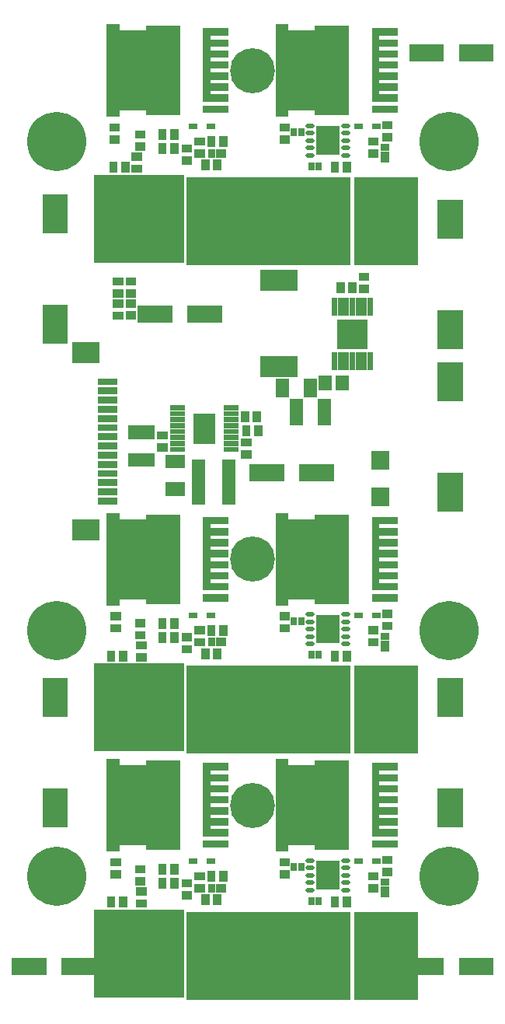
<source format=gbr>
G04 start of page 8 for group -4063 idx -4063 *
G04 Title: fet12, componentmask *
G04 Creator: pcb 20140316 *
G04 CreationDate: Thu 12 Apr 2018 01:23:09 AM GMT UTC *
G04 For: brian *
G04 Format: Gerber/RS-274X *
G04 PCB-Dimensions (mil): 6000.00 5000.00 *
G04 PCB-Coordinate-Origin: lower left *
%MOIN*%
%FSLAX25Y25*%
%LNTOPMASK*%
%ADD162R,0.2760X0.2760*%
%ADD161R,0.0550X0.0550*%
%ADD160R,0.1255X0.1255*%
%ADD159R,0.0230X0.0230*%
%ADD158R,0.0900X0.0900*%
%ADD157C,0.0001*%
%ADD156R,0.1024X0.1024*%
%ADD155C,0.0209*%
%ADD154R,0.0257X0.0257*%
%ADD153R,0.0276X0.0276*%
%ADD152R,0.0315X0.0315*%
%ADD151R,0.1457X0.1457*%
%ADD150R,0.1142X0.1142*%
%ADD149R,0.0551X0.0551*%
%ADD148C,0.0394*%
%ADD147R,0.0354X0.0354*%
%ADD146R,0.0240X0.0240*%
%ADD145R,0.3760X0.3760*%
%ADD144R,0.0728X0.0728*%
%ADD143R,0.0572X0.0572*%
%ADD142R,0.0100X0.0100*%
%ADD141R,0.0949X0.0949*%
%ADD140R,0.0217X0.0217*%
%ADD139R,0.0355X0.0355*%
%ADD138R,0.1074X0.1074*%
%ADD137R,0.0295X0.0295*%
%ADD136R,0.0886X0.0886*%
%ADD135C,0.1930*%
%ADD134C,0.2540*%
%ADD133C,0.0010*%
G54D133*X228095Y175173D03*
Y170449D03*
Y165724D03*
X232819Y175173D03*
Y170449D03*
Y165724D03*
X237544Y175173D03*
Y170449D03*
Y165724D03*
X242268Y175173D03*
Y170449D03*
Y165724D03*
Y161000D03*
X246992D03*
X242268Y156276D03*
X246992D03*
Y175173D03*
Y170449D03*
Y165724D03*
X228095Y161000D03*
X232819D03*
X237544D03*
X228095Y156276D03*
X232819D03*
X237544D03*
X228095Y151551D03*
X232819D03*
X237544D03*
X228095Y146827D03*
X232819D03*
X237544D03*
X242268Y151551D03*
X246992D03*
X242268Y146827D03*
X246992D03*
X228095Y208327D03*
Y213051D03*
Y217776D03*
Y222500D03*
X232819Y208327D03*
X237544D03*
X242268D03*
G54D134*X201000Y192000D03*
G54D133*X232819Y213051D03*
Y217776D03*
Y222500D03*
X237544Y213051D03*
Y217776D03*
Y222500D03*
X242268Y213051D03*
Y217776D03*
Y222500D03*
X246992Y208327D03*
Y213051D03*
Y217776D03*
Y222500D03*
X228095Y227224D03*
X232819D03*
X237544D03*
X228095Y231949D03*
X232819D03*
X237544D03*
X228095Y236673D03*
X232819D03*
X237544D03*
X242268Y227224D03*
X246992D03*
X242268Y231949D03*
X246992D03*
X242268Y236673D03*
X246992D03*
X300595Y208327D03*
Y213051D03*
Y217776D03*
Y222500D03*
Y227224D03*
Y231949D03*
X305319Y213051D03*
X310044D03*
X314768D03*
X319492D03*
Y217776D03*
Y222500D03*
Y227224D03*
Y231949D03*
Y236673D03*
X300595D03*
X305319D03*
X310044D03*
X305319Y217776D03*
X310044D03*
Y222500D03*
Y227224D03*
Y231949D03*
X305319Y222500D03*
Y227224D03*
Y231949D03*
X314768Y217776D03*
Y222500D03*
Y227224D03*
Y231949D03*
Y236673D03*
G54D135*X285000Y222500D03*
G54D133*X300595Y175173D03*
X305319D03*
X310044D03*
X314768D03*
X300595Y170449D03*
X305319D03*
X310044D03*
X314768D03*
X300595Y165724D03*
X305319D03*
X310044D03*
X314768D03*
X319492Y175173D03*
Y170449D03*
Y165724D03*
X300595Y161000D03*
X305319D03*
X310044D03*
X314768D03*
G54D135*X285000D03*
G54D133*X300595Y156276D03*
X305319D03*
X310044D03*
X314768D03*
X300595Y151551D03*
Y146827D03*
X305319Y151551D03*
Y146827D03*
X310044Y151551D03*
Y146827D03*
X314768Y151551D03*
Y146827D03*
X319492Y161000D03*
Y156276D03*
Y151551D03*
Y146827D03*
X305319Y208327D03*
X310044D03*
X314768D03*
X319492D03*
X317500Y192500D03*
X320453Y195453D03*
Y189547D03*
X314547Y195453D03*
Y189547D03*
X291500Y191500D03*
X294453Y188547D03*
Y194453D03*
X288547D03*
Y188547D03*
G54D134*X369500Y192000D03*
G54D133*X228095Y50776D03*
X232819D03*
X237544D03*
X228095Y46051D03*
X232819D03*
X237544D03*
X228095Y41327D03*
X232819D03*
X237544D03*
X242268Y50776D03*
X246992D03*
X242268Y46051D03*
X246992D03*
X242268Y41327D03*
X246992D03*
X228095Y69673D03*
Y64949D03*
Y60224D03*
Y55500D03*
X232819Y69673D03*
X237544D03*
X242268D03*
G54D134*X201000Y86500D03*
G54D133*X232819Y64949D03*
Y60224D03*
Y55500D03*
X237544Y64949D03*
Y60224D03*
Y55500D03*
X242268Y64949D03*
Y60224D03*
Y55500D03*
X246992Y69673D03*
Y64949D03*
Y60224D03*
Y55500D03*
X228095Y102827D03*
Y107551D03*
Y112276D03*
X232819Y102827D03*
Y107551D03*
Y112276D03*
X237544Y102827D03*
Y107551D03*
Y112276D03*
X242268Y102827D03*
Y107551D03*
Y112276D03*
Y117000D03*
X246992D03*
X242268Y121724D03*
X246992D03*
Y102827D03*
Y107551D03*
Y112276D03*
X228095Y117000D03*
X232819D03*
X237544D03*
X228095Y121724D03*
X232819D03*
X237544D03*
X228095Y126449D03*
X232819D03*
X237544D03*
X228095Y131173D03*
X232819D03*
X237544D03*
X242268Y126449D03*
X246992D03*
X242268Y131173D03*
X246992D03*
X300595Y102827D03*
Y107551D03*
Y112276D03*
G54D135*X285000Y117000D03*
G54D133*X305319Y102827D03*
Y107551D03*
Y112276D03*
X310044Y102827D03*
Y107551D03*
Y112276D03*
X314768Y102827D03*
Y107551D03*
Y112276D03*
Y117000D03*
X319492D03*
X314768Y121724D03*
X319492D03*
Y102827D03*
Y107551D03*
Y112276D03*
X300595Y117000D03*
X305319D03*
X310044D03*
X300595Y121724D03*
X305319D03*
X310044D03*
X300595Y126449D03*
X305319D03*
X310044D03*
X300595Y131173D03*
X305319D03*
X310044D03*
X314768Y126449D03*
X319492D03*
X314768Y131173D03*
X319492D03*
X300595Y50776D03*
X305319D03*
X310044D03*
X300595Y46051D03*
X305319D03*
X310044D03*
X300595Y41327D03*
X305319D03*
X310044D03*
X314768Y50776D03*
X319492D03*
X314768Y46051D03*
X319492D03*
X314768Y41327D03*
X319492D03*
X300595Y69673D03*
Y64949D03*
Y60224D03*
Y55500D03*
X305319Y69673D03*
X310044D03*
X314768D03*
X305319Y64949D03*
Y60224D03*
Y55500D03*
G54D135*X285000D03*
G54D133*X310044Y64949D03*
Y60224D03*
Y55500D03*
X314768Y64949D03*
Y60224D03*
Y55500D03*
X319492Y69673D03*
Y64949D03*
Y60224D03*
Y55500D03*
X317500Y87000D03*
X320453Y89953D03*
Y84047D03*
X314547Y89953D03*
Y84047D03*
G54D134*X369500Y86500D03*
G54D133*X291500Y86000D03*
X294453Y83047D03*
Y88953D03*
X288547Y83047D03*
Y88953D03*
X228095Y436724D03*
X232819D03*
X237544D03*
X228095Y441449D03*
X232819D03*
X237544D03*
X228095Y446173D03*
X232819D03*
X237544D03*
X242268Y436724D03*
X246992D03*
X242268Y441449D03*
X246992D03*
X242268Y446173D03*
X246992D03*
X300595Y417827D03*
Y422551D03*
Y427276D03*
Y432000D03*
Y436724D03*
Y441449D03*
X305319Y422551D03*
X310044D03*
X314768D03*
X319492D03*
Y427276D03*
Y432000D03*
Y436724D03*
Y441449D03*
Y446173D03*
X300595D03*
X305319D03*
X310044D03*
X305319Y427276D03*
X310044D03*
Y432000D03*
Y436724D03*
Y441449D03*
X305319Y432000D03*
Y436724D03*
Y441449D03*
X314768Y427276D03*
Y432000D03*
Y436724D03*
Y441449D03*
Y446173D03*
G54D135*X285000Y432000D03*
G54D133*X228095Y384673D03*
Y379949D03*
Y375224D03*
X232819Y384673D03*
X237544D03*
X242268D03*
X232819Y379949D03*
X237544D03*
X242268D03*
X246992Y384673D03*
Y379949D03*
Y375224D03*
Y370500D03*
Y365776D03*
X228095Y370500D03*
Y365776D03*
Y361051D03*
Y356327D03*
X232819Y375224D03*
X237544D03*
Y370500D03*
Y365776D03*
Y361051D03*
Y356327D03*
X232819Y370500D03*
Y365776D03*
Y361051D03*
Y356327D03*
X242268Y375224D03*
Y370500D03*
Y365776D03*
Y361051D03*
Y356327D03*
X246992D03*
Y361051D03*
X228095Y417827D03*
Y422551D03*
Y427276D03*
Y432000D03*
X232819Y417827D03*
X237544D03*
X242268D03*
G54D134*X201000Y401500D03*
G54D133*X232819Y422551D03*
Y427276D03*
Y432000D03*
X237544Y422551D03*
Y427276D03*
Y432000D03*
X242268Y422551D03*
Y427276D03*
Y432000D03*
X246992Y417827D03*
Y422551D03*
Y427276D03*
Y432000D03*
X300595Y384673D03*
X305319D03*
X310044D03*
X314768D03*
X300595Y379949D03*
X305319D03*
X310044D03*
X314768D03*
X300595Y375224D03*
X305319D03*
X310044D03*
X314768D03*
X319492Y384673D03*
Y379949D03*
Y375224D03*
X300595Y370500D03*
X305319D03*
X310044D03*
X314768D03*
G54D135*X285000D03*
G54D133*X300595Y365776D03*
X305319D03*
X310044D03*
X314768D03*
X300595Y361051D03*
Y356327D03*
X305319Y361051D03*
Y356327D03*
X310044Y361051D03*
Y356327D03*
X314768Y361051D03*
Y356327D03*
X319492Y370500D03*
Y365776D03*
Y361051D03*
Y356327D03*
X305319Y417827D03*
X310044D03*
X314768D03*
X319492D03*
X317500Y402000D03*
X320453Y404953D03*
Y399047D03*
X314547Y404953D03*
Y399047D03*
X291500Y401000D03*
X294453Y398047D03*
Y403953D03*
X288547D03*
Y398047D03*
G54D134*X369500Y401500D03*
G54D136*X212370Y310992D02*X215126D01*
G54D137*X220441Y298591D02*X225559D01*
G54D138*X200500Y373575D02*Y367669D01*
Y326331D02*Y320425D01*
G54D139*X232508Y332118D02*X233492D01*
X227008Y332059D02*X227992D01*
X232508Y327000D02*X233492D01*
X227008Y326941D02*X227992D01*
X232508Y336500D02*X233492D01*
X232508Y341618D02*X233492D01*
X227008Y341559D02*X227992D01*
X227008Y336441D02*X227992D01*
G54D137*X220441Y294654D02*X225559D01*
X220441Y290717D02*X225559D01*
X220441Y286780D02*X225559D01*
X220441Y282843D02*X225559D01*
X220441Y278906D02*X225559D01*
X220441Y274969D02*X225559D01*
X220441Y271031D02*X225559D01*
X220441Y267094D02*X225559D01*
G54D140*X251016Y287457D02*X255150D01*
X251016Y277220D02*X255150D01*
X251016Y274661D02*X255150D01*
X251016Y272102D02*X255150D01*
X251016Y269543D02*X255150D01*
G54D141*X264500Y280232D02*Y276768D01*
G54D142*Y281650D02*Y275350D01*
G54D140*X251016Y284898D02*X255150D01*
X251016Y282339D02*X255150D01*
X251016Y279780D02*X255150D01*
G54D139*X246008Y275559D02*X246992D01*
X246008Y270441D02*X246992D01*
G54D143*X234745Y276905D02*X240255D01*
G54D144*X260890Y327500D02*X268370D01*
X239630D02*X247110D01*
G54D145*X236000Y368500D02*X237000D01*
G54D139*X236508Y399441D02*X237492D01*
X236508Y404559D02*X237492D01*
X235008Y395059D02*X235992D01*
X235008Y389941D02*X235992D01*
X225508Y407559D02*X226492D01*
X225508Y402441D02*X226492D01*
X230559Y390992D02*Y390008D01*
X225441Y390992D02*Y390008D01*
X246441Y404992D02*Y404008D01*
X251559Y404992D02*Y404008D01*
G54D146*X258978Y408000D02*X260187D01*
G54D139*X246441Y398992D02*Y398008D01*
X251559Y398992D02*Y398008D01*
X256508Y398559D02*X257492D01*
X256508Y393441D02*X257492D01*
X264941Y391992D02*Y391008D01*
X262008Y396441D02*X262992D01*
X262008Y401559D02*X262992D01*
X272559Y401992D02*Y401008D01*
G54D147*X271181Y396500D02*X272165D01*
X271181D02*X272165D01*
G54D139*X267441Y401992D02*Y401008D01*
G54D146*X266813Y408000D02*X268022D01*
G54D137*X267539Y396795D02*Y396205D01*
Y396795D02*Y396205D01*
X220441Y263157D02*X225559D01*
X220441Y259220D02*X225559D01*
X220441Y255283D02*X225559D01*
X220441Y251346D02*X225559D01*
X220441Y247409D02*X225559D01*
G54D136*X212370Y235008D02*X215126D01*
G54D148*X225732Y234311D03*
Y239035D03*
G54D149*X225260Y239626D02*Y205374D01*
G54D148*X225732Y205965D03*
Y210689D03*
Y215413D03*
Y220138D03*
G54D150*X233724Y233917D02*Y211083D01*
G54D148*X235181Y220138D03*
Y224862D03*
X230457Y220138D03*
Y224862D03*
X235181Y229587D03*
Y234311D03*
Y210689D03*
Y215413D03*
X230457Y210689D03*
Y215413D03*
Y229587D03*
Y234311D03*
X225732Y224862D03*
Y229587D03*
G54D151*X246717Y234311D02*Y210689D01*
G54D148*X249354Y220138D03*
X244630D03*
X239906Y224862D03*
Y229587D03*
Y234311D03*
X249354Y205965D03*
Y210689D03*
Y215413D03*
X244630Y205965D03*
Y210689D03*
Y215413D03*
X239906Y210689D03*
G54D143*X250819Y252595D02*X253181D01*
G54D148*X249354Y224862D03*
Y229587D03*
Y234311D03*
Y239035D03*
X244630Y229587D03*
Y234311D03*
Y224862D03*
Y239035D03*
X239906Y215413D03*
Y220138D03*
G54D139*X236508Y189941D02*X237492D01*
X236508Y195059D02*X237492D01*
X237008Y185559D02*X237992D01*
X246441Y195492D02*Y194508D01*
X226008Y198059D02*X226992D01*
X226008Y192941D02*X226992D01*
X237008Y180441D02*X237992D01*
X229559Y181492D02*Y180508D01*
X224441Y181492D02*Y180508D01*
X246441Y189492D02*Y188508D01*
X251559Y195492D02*Y194508D01*
Y189492D02*Y188508D01*
X256508Y183941D02*X257492D01*
X262008Y186941D02*X262992D01*
G54D146*X258978Y198500D02*X260187D01*
G54D139*X262008Y192059D02*X262992D01*
X256508Y189059D02*X257492D01*
G54D145*X236000Y159000D02*X237000D01*
G54D139*X272559Y192492D02*Y191508D01*
X264941Y182492D02*Y181508D01*
X267441Y192492D02*Y191508D01*
G54D146*X266813Y198500D02*X268022D01*
G54D147*X271181Y187000D02*X272165D01*
G54D137*X267539Y187295D02*Y186705D01*
Y187295D02*Y186705D01*
G54D142*X265417Y205252D02*X273291D01*
G54D152*X265417Y205965D02*X273291D01*
G54D153*X265614D02*X273094D01*
G54D142*X265417Y211402D02*X273291D01*
G54D152*X265417Y210689D02*X273291D01*
G54D153*X265614D02*X273094D01*
G54D152*X265417Y215413D02*X273291D01*
G54D153*X265614D02*X273094D01*
G54D152*X265417Y220138D02*X273291D01*
G54D153*X265614D02*X273094D01*
G54D152*X265417Y239035D02*Y211402D01*
Y224862D02*X273291D01*
G54D153*X265614D02*X273094D01*
G54D152*X265417Y229587D02*X273291D01*
G54D153*X265614D02*X273094D01*
G54D152*X265417Y234311D02*X273291D01*
G54D153*X265614D02*X273094D01*
G54D152*X265417Y239035D02*X273291D01*
G54D153*X265614D02*X273094D01*
G54D139*X270059Y182492D02*Y181508D01*
G54D147*X271181Y187000D02*X272165D01*
G54D139*X270059Y391992D02*Y391008D01*
X320441Y390992D02*Y390008D01*
G54D154*X310426Y391393D02*Y390607D01*
X313574Y391393D02*Y390607D01*
G54D155*X308740Y395701D02*X310709D01*
G54D154*X306074Y405893D02*Y405107D01*
X302926Y405893D02*Y405107D01*
G54D139*X298508Y407559D02*X299492D01*
X298508Y402441D02*X299492D01*
G54D156*X317500Y402965D02*Y401035D01*
G54D157*G36*
X318091Y407118D02*Y402591D01*
X322618D01*
Y407118D01*
X318091D01*
G37*
G36*
Y401409D02*Y396882D01*
X322618D01*
Y401409D01*
X318091D01*
G37*
G36*
X312382Y407118D02*Y402591D01*
X316909D01*
Y407118D01*
X312382D01*
G37*
G36*
Y401409D02*Y396882D01*
X316909D01*
Y401409D01*
X312382D01*
G37*
G54D155*X308740Y398850D02*X310709D01*
X308740Y402000D02*X310709D01*
X308740Y405150D02*X310709D01*
X308740Y408299D02*X310709D01*
G54D142*X265417Y414752D02*X273291D01*
G54D152*X265417Y415465D02*X273291D01*
G54D153*X265614D02*X273094D01*
G54D142*X265417Y420902D02*X273291D01*
G54D152*X265417Y420189D02*X273291D01*
G54D153*X265614D02*X273094D01*
G54D152*X265417Y424913D02*X273291D01*
G54D153*X265614D02*X273094D01*
G54D152*X265417Y429638D02*X273291D01*
G54D153*X265614D02*X273094D01*
G54D152*X265417Y434362D02*X273291D01*
G54D153*X265614D02*X273094D01*
G54D152*X265417Y439087D02*X273291D01*
G54D153*X265614D02*X273094D01*
G54D152*X265417Y443811D02*X273291D01*
G54D153*X265614D02*X273094D01*
G54D152*X265417Y448535D02*X273291D01*
G54D153*X265614D02*X273094D01*
G54D152*X265417D02*Y420902D01*
G54D149*X225260Y449126D02*Y414874D01*
G54D148*X225732Y415465D03*
Y420189D03*
Y424913D03*
Y429638D03*
G54D150*X233724Y443417D02*Y420583D01*
G54D148*X235181Y429638D03*
Y434362D03*
X230457Y429638D03*
Y434362D03*
X235181Y420189D03*
Y424913D03*
X230457Y420189D03*
Y424913D03*
X225732Y434362D03*
Y439087D03*
G54D151*X246717Y443811D02*Y420189D01*
G54D148*X249354Y429638D03*
X244630D03*
X239906Y434362D03*
Y439087D03*
Y443811D03*
X249354Y415465D03*
Y420189D03*
Y424913D03*
X244630Y415465D03*
Y420189D03*
Y424913D03*
X239906Y420189D03*
X249354Y434362D03*
Y439087D03*
Y443811D03*
Y448535D03*
X244630Y439087D03*
Y443811D03*
Y434362D03*
Y448535D03*
X239906Y424913D03*
Y429638D03*
X235181Y439087D03*
Y443811D03*
X230457Y439087D03*
Y443811D03*
X225732D03*
Y448535D03*
G54D149*X297760Y449126D02*Y414874D01*
G54D148*X298232Y415465D03*
Y420189D03*
Y424913D03*
Y429638D03*
G54D150*X306224Y443417D02*Y420583D01*
G54D148*X307681Y429638D03*
Y434362D03*
X302957Y429638D03*
Y434362D03*
X307681Y420189D03*
Y424913D03*
X302957Y420189D03*
Y424913D03*
X298232Y434362D03*
Y439087D03*
G54D142*X337917Y414752D02*X345791D01*
G54D152*X337917Y415465D02*X345791D01*
G54D153*X338114D02*X345594D01*
G54D142*X337917Y420902D02*X345791D01*
G54D152*X337917Y420189D02*X345791D01*
G54D153*X338114D02*X345594D01*
G54D152*X337917Y424913D02*X345791D01*
G54D153*X338114D02*X345594D01*
G54D152*X337917Y429638D02*X345791D01*
G54D153*X338114D02*X345594D01*
G54D152*X337917Y434362D02*X345791D01*
G54D153*X338114D02*X345594D01*
G54D152*X337917Y448535D02*Y420902D01*
Y439087D02*X345791D01*
G54D153*X338114D02*X345594D01*
G54D152*X337917Y443811D02*X345791D01*
G54D153*X338114D02*X345594D01*
G54D152*X337917Y448535D02*X345791D01*
G54D153*X338114D02*X345594D01*
G54D151*X319217Y443811D02*Y420189D01*
G54D148*X321854Y429638D03*
X317130D03*
X312406Y434362D03*
Y439087D03*
Y443811D03*
X321854Y415465D03*
Y420189D03*
Y424913D03*
X317130Y415465D03*
Y420189D03*
Y424913D03*
X312406Y420189D03*
X321854Y434362D03*
Y439087D03*
Y443811D03*
Y448535D03*
X317130Y439087D03*
Y443811D03*
Y434362D03*
Y448535D03*
X312406Y424913D03*
Y429638D03*
X307681Y439087D03*
Y443811D03*
X302957Y439087D03*
Y443811D03*
X298232D03*
Y448535D03*
G54D144*X377390Y439500D02*X384870D01*
X356130D02*X363610D01*
G54D143*X298095Y297181D02*Y294819D01*
G54D158*X293000Y342000D02*X300000D01*
X293000Y305000D02*X300000D01*
G54D159*X330559Y309984D02*Y304630D01*
X333118Y309984D02*Y304630D01*
X335677Y309984D02*Y304630D01*
G54D143*X315905Y288255D02*Y282745D01*
X304095Y288255D02*Y282745D01*
X309905Y297181D02*Y294819D01*
G54D144*X308890Y259500D02*X316370D01*
G54D159*X320323Y309984D02*Y304630D01*
X322882Y309984D02*Y304630D01*
X325441Y309984D02*Y304630D01*
X328000Y309984D02*Y304630D01*
G54D143*X323543Y298393D02*Y297607D01*
X316457Y298393D02*Y297607D01*
G54D139*X328059Y339492D02*Y338508D01*
X322941Y339492D02*Y338508D01*
X332508Y338441D02*X333492D01*
X332508Y343559D02*X333492D01*
G54D159*X335677Y333370D02*Y328016D01*
X333118Y333370D02*Y328016D01*
X330559Y333370D02*Y328016D01*
X328000Y333370D02*Y328016D01*
G54D160*X327803Y319000D02*X328197D01*
G54D159*X325441Y333370D02*Y328016D01*
X322882Y333370D02*Y328016D01*
X320323Y333370D02*Y328016D01*
G54D143*X250819Y264405D02*X253181D01*
X234745Y265095D02*X240255D01*
G54D140*X273850Y274661D02*X277984D01*
G54D161*X275000Y262450D02*Y248550D01*
X262000Y262450D02*Y248550D01*
G54D140*X273850Y277220D02*X277984D01*
G54D139*X287559Y277992D02*Y277008D01*
X282441Y277992D02*Y277008D01*
G54D140*X273850Y279780D02*X277984D01*
X273850Y282339D02*X277984D01*
G54D139*X281941Y283992D02*Y283008D01*
X287059Y283992D02*Y283008D01*
G54D140*X273850Y284898D02*X277984D01*
X273850Y287457D02*X277984D01*
G54D139*X282008Y267441D02*X282992D01*
X282008Y272559D02*X282992D01*
G54D140*X273850Y269543D02*X277984D01*
X273850Y272102D02*X277984D01*
G54D144*X287630Y259500D02*X295110D01*
G54D139*X325559Y390992D02*Y390008D01*
G54D157*G36*
X336050Y268800D02*Y260900D01*
X343950D01*
Y268800D01*
X336050D01*
G37*
G36*
Y253100D02*Y245200D01*
X343950D01*
Y253100D01*
X336050D01*
G37*
G54D162*X342500Y372500D02*Y362500D01*
G54D138*X370000Y323831D02*Y317925D01*
Y301575D02*Y295669D01*
Y254331D02*Y248425D01*
Y371075D02*Y365169D01*
G54D139*X342508Y403441D02*X343492D01*
G54D137*X341705Y398961D02*X342295D01*
X341705D02*X342295D01*
G54D139*X342508Y408559D02*X343492D01*
G54D147*X342000Y395319D02*Y394335D01*
Y395319D02*Y394335D01*
G54D139*X336508Y396441D02*X337492D01*
X336508Y401559D02*X337492D01*
G54D146*X329978Y408000D02*X331187D01*
X337813D02*X339022D01*
G54D155*X324291Y395701D02*X326260D01*
X324291Y398850D02*X326260D01*
X324291Y402000D02*X326260D01*
X324291Y405150D02*X326260D01*
X324291Y408299D02*X326260D01*
G54D145*X275500Y367500D02*X308500D01*
G54D149*X297760Y239626D02*Y205374D01*
G54D148*X298232Y224862D03*
Y229587D03*
Y234311D03*
Y239035D03*
Y205965D03*
Y210689D03*
Y215413D03*
Y220138D03*
G54D139*X298508Y198059D02*X299492D01*
X298508Y192941D02*X299492D01*
G54D150*X306224Y233917D02*Y211083D01*
G54D148*X307681Y220138D03*
X302957Y215413D03*
Y220138D03*
Y229587D03*
Y234311D03*
X312406Y215413D03*
Y220138D03*
X307681Y210689D03*
Y215413D03*
X302957Y210689D03*
X307681Y224862D03*
Y234311D03*
X302957Y224862D03*
X317130Y229587D03*
Y234311D03*
X312406Y224862D03*
Y229587D03*
Y234311D03*
X307681Y229587D03*
G54D154*X306074Y196393D02*Y195607D01*
X302926Y196393D02*Y195607D01*
G54D155*X308740Y192500D02*X310709D01*
X308740Y195650D02*X310709D01*
G54D157*G36*
X312382Y197618D02*Y193091D01*
X316909D01*
Y197618D01*
X312382D01*
G37*
G54D155*X308740Y198799D02*X310709D01*
G54D154*X310426Y181893D02*Y181107D01*
X313574Y181893D02*Y181107D01*
G54D156*X317500Y193465D02*Y191535D01*
G54D157*G36*
X318091Y197618D02*Y193091D01*
X322618D01*
Y197618D01*
X318091D01*
G37*
G36*
Y191909D02*Y187382D01*
X322618D01*
Y191909D01*
X318091D01*
G37*
G36*
X312382D02*Y187382D01*
X316909D01*
Y191909D01*
X312382D01*
G37*
G54D155*X308740Y186201D02*X310709D01*
X308740Y189350D02*X310709D01*
G54D142*X337917Y205252D02*X345791D01*
G54D152*X337917Y205965D02*X345791D01*
G54D153*X338114D02*X345594D01*
G54D142*X337917Y211402D02*X345791D01*
G54D152*X337917Y210689D02*X345791D01*
G54D153*X338114D02*X345594D01*
G54D152*X337917Y215413D02*X345791D01*
G54D153*X338114D02*X345594D01*
G54D139*X342508Y199059D02*X343492D01*
G54D146*X337813Y198500D02*X339022D01*
G54D151*X319217Y234311D02*Y210689D01*
G54D148*X321854Y220138D03*
X317130D03*
Y224862D03*
Y239035D03*
X321854Y224862D03*
Y229587D03*
Y234311D03*
Y239035D03*
Y205965D03*
Y210689D03*
Y215413D03*
X317130Y205965D03*
Y210689D03*
Y215413D03*
X312406Y210689D03*
G54D139*X342508Y193941D02*X343492D01*
G54D137*X341705Y189461D02*X342295D01*
X341705D02*X342295D01*
G54D139*X336508Y192059D02*X337492D01*
G54D155*X324291Y192500D02*X326260D01*
X324291Y195650D02*X326260D01*
G54D146*X329978Y198500D02*X331187D01*
G54D155*X324291Y198799D02*X326260D01*
G54D139*X336508Y186941D02*X337492D01*
G54D147*X342000Y185819D02*Y184835D01*
Y185819D02*Y184835D01*
G54D155*X324291Y186201D02*X326260D01*
X324291Y189350D02*X326260D01*
G54D152*X337917Y220138D02*X345791D01*
G54D153*X338114D02*X345594D01*
G54D152*X337917Y224862D02*X345791D01*
G54D153*X338114D02*X345594D01*
G54D152*X337917Y229587D02*X345791D01*
G54D153*X338114D02*X345594D01*
G54D152*X337917Y234311D02*X345791D01*
G54D153*X338114D02*X345594D01*
G54D152*X337917Y239035D02*X345791D01*
G54D153*X338114D02*X345594D01*
G54D152*X337917D02*Y211402D01*
G54D138*X200500Y166075D02*Y160169D01*
Y118831D02*Y112925D01*
G54D149*X225260Y134126D02*Y99874D01*
G54D148*X225732Y100465D03*
Y105189D03*
Y109913D03*
Y114638D03*
G54D150*X233724Y128417D02*Y105583D01*
G54D148*X235181Y114638D03*
Y119362D03*
X230457Y114638D03*
Y119362D03*
X235181Y105189D03*
Y109913D03*
X230457Y105189D03*
Y109913D03*
X225732Y119362D03*
Y124087D03*
G54D151*X246717Y128811D02*Y105189D01*
G54D148*X249354Y114638D03*
X244630D03*
X239906Y119362D03*
Y124087D03*
Y128811D03*
X249354Y100465D03*
Y105189D03*
Y109913D03*
X244630Y100465D03*
Y105189D03*
Y109913D03*
X239906Y105189D03*
X249354Y119362D03*
Y124087D03*
Y128811D03*
Y133535D03*
X244630Y124087D03*
Y128811D03*
Y119362D03*
Y133535D03*
X239906Y109913D03*
Y114638D03*
X235181Y124087D03*
Y128811D03*
X230457Y124087D03*
Y128811D03*
X225732D03*
Y133535D03*
G54D139*X236508Y84441D02*X237492D01*
X236508Y89559D02*X237492D01*
X237008Y80059D02*X237992D01*
X246441Y89992D02*Y89008D01*
X226008Y92559D02*X226992D01*
X226008Y87441D02*X226992D01*
X237008Y74941D02*X237992D01*
X229559Y75992D02*Y75008D01*
X224441Y75992D02*Y75008D01*
X246441Y83992D02*Y83008D01*
X251559Y89992D02*Y89008D01*
Y83992D02*Y83008D01*
G54D146*X258978Y93000D02*X260187D01*
G54D139*X262008Y81441D02*X262992D01*
G54D137*X267539Y81795D02*Y81205D01*
G54D146*X266813Y93000D02*X268022D01*
G54D139*X262008Y86559D02*X262992D01*
X256508Y83559D02*X257492D01*
X256508Y78441D02*X257492D01*
G54D145*X236000Y53500D02*X237000D01*
G54D144*X206890Y48000D02*X214370D01*
X185630D02*X193110D01*
G54D139*X272559Y86992D02*Y86008D01*
G54D147*X271181Y81500D02*X272165D01*
G54D139*X264941Y76992D02*Y76008D01*
X267441Y86992D02*Y86008D01*
G54D147*X271181Y81500D02*X272165D01*
G54D137*X267539Y81795D02*Y81205D01*
G54D139*X270059Y76992D02*Y76008D01*
X298508Y92559D02*X299492D01*
G54D154*X306074Y90893D02*Y90107D01*
X302926Y90893D02*Y90107D01*
G54D139*X298508Y87441D02*X299492D01*
G54D155*X308740Y87000D02*X310709D01*
X308740Y90150D02*X310709D01*
X308740Y93299D02*X310709D01*
G54D156*X317500Y87965D02*Y86035D01*
G54D157*G36*
X318091Y92118D02*Y87591D01*
X322618D01*
Y92118D01*
X318091D01*
G37*
G36*
Y86409D02*Y81882D01*
X322618D01*
Y86409D01*
X318091D01*
G37*
G36*
X312382Y92118D02*Y87591D01*
X316909D01*
Y92118D01*
X312382D01*
G37*
G36*
Y86409D02*Y81882D01*
X316909D01*
Y86409D01*
X312382D01*
G37*
G54D155*X308740Y80701D02*X310709D01*
X324291D02*X326260D01*
X308740Y83850D02*X310709D01*
X324291D02*X326260D01*
X324291Y87000D02*X326260D01*
X324291Y90150D02*X326260D01*
X324291Y93299D02*X326260D01*
G54D145*X275500Y52500D02*X308500D01*
G54D138*X370000Y166075D02*Y160169D01*
Y118831D02*Y112925D01*
G54D139*X320441Y181492D02*Y180508D01*
X325559Y181492D02*Y180508D01*
G54D162*X342500Y163000D02*Y153000D01*
G54D152*X337917Y128811D02*X345791D01*
G54D153*X338114D02*X345594D01*
G54D152*X337917Y133535D02*X345791D01*
G54D153*X338114D02*X345594D01*
G54D145*X275500Y158000D02*X308500D01*
G54D148*X317130Y133535D03*
G54D152*X337917Y114638D02*X345791D01*
G54D153*X338114D02*X345594D01*
G54D152*X337917Y119362D02*X345791D01*
G54D153*X338114D02*X345594D01*
G54D152*X337917Y124087D02*X345791D01*
G54D153*X338114D02*X345594D01*
G54D152*X337917Y133535D02*Y105902D01*
G54D148*X321854Y114638D03*
Y119362D03*
Y124087D03*
Y128811D03*
Y133535D03*
X317130Y100465D03*
Y105189D03*
X312406D03*
Y109913D03*
X317130D03*
Y114638D03*
Y119362D03*
Y124087D03*
Y128811D03*
X312406Y114638D03*
Y119362D03*
Y124087D03*
Y128811D03*
G54D142*X337917Y99752D02*X345791D01*
G54D152*X337917Y100465D02*X345791D01*
G54D153*X338114D02*X345594D01*
G54D148*X321854D03*
G54D142*X337917Y105902D02*X345791D01*
G54D152*X337917Y105189D02*X345791D01*
G54D153*X338114D02*X345594D01*
G54D148*X321854D03*
Y109913D03*
G54D152*X337917D02*X345791D01*
G54D153*X338114D02*X345594D01*
G54D146*X329978Y93000D02*X331187D01*
X337813D02*X339022D01*
G54D139*X342508Y88441D02*X343492D01*
X342508Y93559D02*X343492D01*
X336508Y81441D02*X337492D01*
X336508Y86559D02*X337492D01*
G54D147*X342000Y80319D02*Y79335D01*
Y80319D02*Y79335D01*
G54D137*X341705Y83961D02*X342295D01*
X341705D02*X342295D01*
G54D151*X319217Y128811D02*Y105189D01*
G54D139*X320441Y75992D02*Y75008D01*
G54D154*X310426Y76393D02*Y75607D01*
X313574Y76393D02*Y75607D01*
G54D139*X325559Y75992D02*Y75008D01*
G54D148*X307681Y105189D03*
Y109913D03*
X302957Y105189D03*
Y109913D03*
X298232Y100465D03*
Y105189D03*
Y109913D03*
G54D142*X265417Y99752D02*X273291D01*
G54D152*X265417Y100465D02*X273291D01*
G54D153*X265614D02*X273094D01*
G54D142*X265417Y105902D02*X273291D01*
G54D152*X265417Y105189D02*X273291D01*
G54D153*X265614D02*X273094D01*
G54D152*X265417Y109913D02*X273291D01*
G54D153*X265614D02*X273094D01*
G54D152*X265417Y114638D02*X273291D01*
G54D153*X265614D02*X273094D01*
G54D152*X265417Y119362D02*X273291D01*
G54D153*X265614D02*X273094D01*
G54D152*X265417Y124087D02*X273291D01*
G54D153*X265614D02*X273094D01*
G54D152*X265417Y128811D02*X273291D01*
G54D153*X265614D02*X273094D01*
G54D152*X265417Y133535D02*X273291D01*
G54D153*X265614D02*X273094D01*
G54D152*X265417D02*Y105902D01*
G54D149*X297760Y134126D02*Y99874D01*
G54D148*X298232Y114638D03*
Y119362D03*
Y124087D03*
Y128811D03*
Y133535D03*
G54D150*X306224Y128417D02*Y105583D01*
G54D148*X307681Y114638D03*
Y119362D03*
X302957Y114638D03*
Y119362D03*
X307681Y124087D03*
Y128811D03*
X302957Y124087D03*
Y128811D03*
G54D162*X342500Y57500D02*Y47500D01*
G54D144*X377390Y48000D02*X384870D01*
X356130D02*X363610D01*
M02*

</source>
